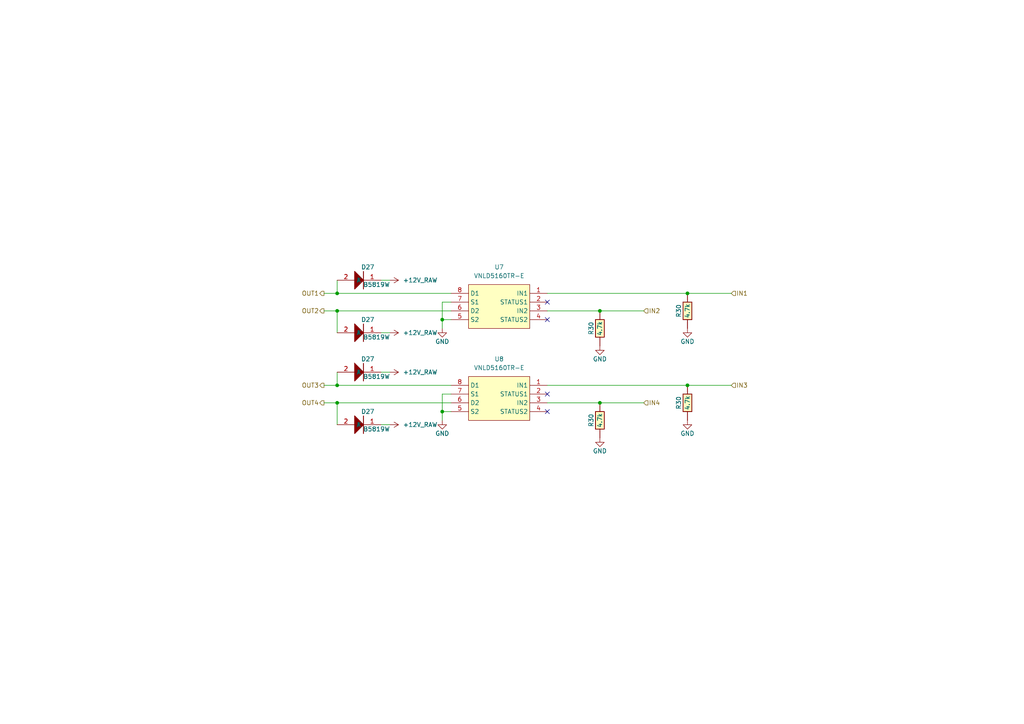
<source format=kicad_sch>
(kicad_sch (version 20231120) (generator "eeschema") (generator_version "8.0")
  (paper "A4")
  (lib_symbols
    (symbol "chips:VNLD5160"
      (property "Reference" "U" (at 6.35 3.81 0))
      (property "Value" "VNLD5160TR-E" (at 12.7 -11.43 0))
      (symbol "VNLD5160_1_1"
        (rectangle (start 5.08 2.54) (end 22.86 -10.16) (fill (type background)))
        (pin input line (at 0 0 0) (length 5.08) (name "IN1") (number "1"))
        (pin open_collector line (at 0 -2.54 0) (length 5.08) (name "STATUS1") (number "2"))
        (pin input line (at 0 -5.08 0) (length 5.08) (name "IN2") (number "3"))
        (pin open_collector line (at 0 -7.62 0) (length 5.08) (name "STATUS2") (number "4"))
        (pin power_in line (at 27.94 -7.62 180) (length 5.08) (name "S2") (number "5"))
        (pin power_out line (at 27.94 -5.08 180) (length 5.08) (name "D2") (number "6"))
        (pin power_in line (at 27.94 -2.54 180) (length 5.08) (name "S1") (number "7"))
        (pin power_out line (at 27.94 0 180) (length 5.08) (name "D1") (number "8"))
      )
    )
    (symbol "hellen-one-common:+12V_RAW" (power) (pin_names (offset 0))
      (property "Value" "+12V_RAW" (at 0 3.556 0))
      (symbol "+12V_RAW_0_1"
        (polyline (pts (xy -0.762 1.27) (xy 0 2.54)))
        (polyline (pts (xy 0 0) (xy 0 2.54)))
        (polyline (pts (xy 0 2.54) (xy 0.762 1.27)))
      )
      (symbol "+12V_RAW_1_1"
        (pin power_in line (at 0 0 90) (length 0) hide (name "+12V_RAW") (number "1"))
      )
    )
    (symbol "hellen-one-common:1N4148WS"
      (property "Reference" "D" (at 0 2.54 0))
      (property "Value" "1N4148WS" (at 0 -3.81 0))
      (symbol "1N4148WS_1_0"
        (polyline (pts (xy 2.54 2.54) (xy 2.54 -2.54)) (stroke (width 0.254)))
        (polyline (pts (xy 0 -2.54) (xy 2.54 0) (xy 0 2.54) (xy 0 -2.54)) (stroke (width 0.254)) (fill (type outline)))
        (pin passive line (at 7.62 0 180) (length 5.08) (name "K") (number "1"))
        (pin passive line (at -5.08 0 0) (length 5.08) (name "A") (number "2"))
      )
    )
    (symbol "hellen-one-common:Res" (pin_numbers hide)
      (property "Reference" "R" (at 3.81 2.54 0))
      (property "Value" "Res" (at 5.08 -2.54 0))
      (symbol "Res_1_0"
        (rectangle (start 2.54 -1.27) (end 7.62 1.27) (stroke (width 0.254)) (fill (type background)))
        (pin passive line (at 0 0 0) (length 2.54) (name "") (number "1"))
        (pin passive line (at 10.16 0 180) (length 2.54) (name "") (number "2"))
      )
    )
    (symbol "power:GND" (power) (pin_names (offset 0))
      (property "Value" "GND" (at 0 -3.81 0))
      (symbol "GND_0_1"
        (polyline (pts (xy 0 0) (xy 0 -1.27) (xy 1.27 -1.27) (xy 0 -2.54) (xy -1.27 -1.27) (xy 0 -1.27)))
      )
      (symbol "GND_1_1"
        (pin power_in line (at 0 0 270) (length 0) hide (name "GND") (number "1"))
      )
    )
  )
  (junction (at 173.99 90.17))
  (junction (at 173.99 116.84))
  (junction (at 97.79 116.84))
  (junction (at 128.27 119.38))
  (junction (at 97.79 85.09))
  (junction (at 128.27 92.71))
  (junction (at 97.79 111.76))
  (junction (at 97.79 90.17))
  (junction (at 199.39 85.09))
  (junction (at 199.39 111.76))
  (no_connect (at 158.75 92.71))
  (no_connect (at 158.75 119.38))
  (no_connect (at 158.75 114.3))
  (no_connect (at 158.75 87.63))
  (wire (pts (xy 97.79 85.09) (xy 130.81 85.09)))
  (wire (pts (xy 113.03 81.28) (xy 110.49 81.28)))
  (wire (pts (xy 128.27 114.3) (xy 130.81 114.3)))
  (wire (pts (xy 158.75 85.09) (xy 199.39 85.09)))
  (wire (pts (xy 128.27 119.38) (xy 128.27 114.3)))
  (wire (pts (xy 97.79 107.95) (xy 97.79 111.76)))
  (wire (pts (xy 199.39 85.09) (xy 212.09 85.09)))
  (wire (pts (xy 113.03 96.52) (xy 110.49 96.52)))
  (wire (pts (xy 199.39 111.76) (xy 212.09 111.76)))
  (wire (pts (xy 128.27 87.63) (xy 130.81 87.63)))
  (wire (pts (xy 158.75 116.84) (xy 173.99 116.84)))
  (wire (pts (xy 128.27 121.92) (xy 128.27 119.38)))
  (wire (pts (xy 113.03 123.19) (xy 110.49 123.19)))
  (wire (pts (xy 97.79 116.84) (xy 97.79 123.19)))
  (wire (pts (xy 97.79 90.17) (xy 130.81 90.17)))
  (wire (pts (xy 93.98 85.09) (xy 97.79 85.09)))
  (wire (pts (xy 128.27 119.38) (xy 130.81 119.38)))
  (wire (pts (xy 128.27 92.71) (xy 128.27 87.63)))
  (wire (pts (xy 97.79 90.17) (xy 97.79 96.52)))
  (wire (pts (xy 158.75 111.76) (xy 199.39 111.76)))
  (wire (pts (xy 173.99 90.17) (xy 186.69 90.17)))
  (wire (pts (xy 97.79 81.28) (xy 97.79 85.09)))
  (wire (pts (xy 93.98 116.84) (xy 97.79 116.84)))
  (wire (pts (xy 173.99 116.84) (xy 186.69 116.84)))
  (wire (pts (xy 97.79 116.84) (xy 130.81 116.84)))
  (wire (pts (xy 93.98 90.17) (xy 97.79 90.17)))
  (wire (pts (xy 97.79 111.76) (xy 130.81 111.76)))
  (wire (pts (xy 113.03 107.95) (xy 110.49 107.95)))
  (wire (pts (xy 93.98 111.76) (xy 97.79 111.76)))
  (wire (pts (xy 128.27 92.71) (xy 130.81 92.71)))
  (wire (pts (xy 128.27 95.25) (xy 128.27 92.71)))
  (wire (pts (xy 158.75 90.17) (xy 173.99 90.17)))
  (hierarchical_label "IN1" (shape input) (at 212.09 85.09 0))
  (hierarchical_label "OUT4" (shape output) (at 93.98 116.84 180))
  (hierarchical_label "OUT3" (shape output) (at 93.98 111.76 180))
  (hierarchical_label "OUT2" (shape output) (at 93.98 90.17 180))
  (hierarchical_label "IN2" (shape input) (at 186.69 90.17 0))
  (hierarchical_label "IN3" (shape input) (at 212.09 111.76 0))
  (hierarchical_label "OUT1" (shape output) (at 93.98 85.09 180))
  (hierarchical_label "IN4" (shape input) (at 186.69 116.84 0))
  (symbol (lib_id "hellen-one-common:+12V_RAW") (at 113.03 123.19 270) (mirror x) (unit 1)
    (property "Reference" "#PWR03" (effects (hide yes)))
    (property "Value" "+12V_RAW" (at 116.84 123.19 90) (effects (justify left)))
    (instances (project "lowside_quad" (path "" (reference "#PWR03") (unit 1))) (project "alphax_4ch" (path "" (reference "#PWR03") (unit 1))) (project "uaefi" (path "" (reference "#PWR074") (unit 1))))
  )
  (symbol (lib_id "hellen-one-common:Res") (at 199.39 95.25 90) (unit 1)
    (property "Reference" "R30" (at 196.85 90.17 0))
    (property "Value" "4.7k" (at 199.39 90.17 0))
    (property "Footprint" "hellen-one-common:R0603" (effects (hide yes)))
    (property "LCSC" "C23162" (effects (hide yes)))
    (instances (project "alphax_8ch" (path "" (reference "R30") (unit 1)) (path "" (reference "R67") (unit 1))) (project "uaefi" (path "" (reference "R10") (unit 1))))
  )
  (symbol (lib_id "hellen-one-common:+12V_RAW") (at 113.03 96.52 270) (mirror x) (unit 1)
    (property "Reference" "#PWR03" (effects (hide yes)))
    (property "Value" "+12V_RAW" (at 116.84 96.52 90) (effects (justify left)))
    (instances (project "lowside_quad" (path "" (reference "#PWR03") (unit 1))) (project "alphax_4ch" (path "" (reference "#PWR03") (unit 1))) (project "uaefi" (path "" (reference "#PWR070") (unit 1))))
  )
  (symbol (lib_id "hellen-one-common:Res") (at 199.39 121.92 90) (unit 1)
    (property "Reference" "R30" (at 196.85 116.84 0))
    (property "Value" "4.7k" (at 199.39 116.84 0))
    (property "Footprint" "hellen-one-common:R0603" (effects (hide yes)))
    (property "LCSC" "C23162" (effects (hide yes)))
    (instances (project "alphax_8ch" (path "" (reference "R30") (unit 1)) (path "" (reference "R67") (unit 1))) (project "uaefi" (path "" (reference "R12") (unit 1))))
  )
  (symbol (lib_id "power:GND") (at 128.27 95.25 0) (mirror y) (unit 1)
    (property "Reference" "#PWR090" (effects (hide yes)))
    (property "Value" "GND" (at 128.27 99.06 0))
  )
  (symbol (lib_id "power:GND") (at 199.39 121.92 0) (mirror y) (unit 1)
    (property "Reference" "#PWR0141" (effects (hide yes)))
    (property "Value" "GND" (at 199.39 125.73 0))
  )
  (symbol (lib_id "chips:VNLD5160") (at 158.75 111.76 0) (mirror y) (unit 1)
    (property "Reference" "U8" (at 144.78 104.14 0))
    (property "Value" "VNLD5160TR-E" (at 144.78 106.68 0))
    (property "Footprint" "Package_SO:SOIC-8_3.9x4.9mm_P1.27mm" (effects (hide yes)))
    (property "LCSC" "C377942" (effects (hide yes)))
  )
  (symbol (lib_id "power:GND") (at 128.27 121.92 0) (mirror y) (unit 1)
    (property "Reference" "#PWR091" (effects (hide yes)))
    (property "Value" "GND" (at 128.27 125.73 0))
  )
  (symbol (lib_id "power:GND") (at 173.99 100.33 0) (mirror y) (unit 1)
    (property "Reference" "#PWR092" (effects (hide yes)))
    (property "Value" "GND" (at 173.99 104.14 0))
  )
  (symbol (lib_id "hellen-one-common:1N4148WS") (at 102.87 123.19 0) (mirror x) (unit 1)
    (property "Reference" "D27" (at 106.68 119.38 0))
    (property "Value" "B5819W" (at 109.22 124.46 0))
    (property "Footprint" "hellen-one-common:SOD-123" (effects (hide yes)))
    (property "LCSC" "C8598" (effects (hide yes)))
    (instances (project "lowside_quad" (path "" (reference "D27") (unit 1))) (project "alphax_8ch" (path "" (reference "D27") (unit 1)) (path "" (reference "D91") (unit 1))) (project "uaefi" (path "" (reference "D5") (unit 1))))
  )
  (symbol (lib_id "hellen-one-common:+12V_RAW") (at 113.03 81.28 270) (mirror x) (unit 1)
    (property "Reference" "#PWR03" (effects (hide yes)))
    (property "Value" "+12V_RAW" (at 116.84 81.28 90) (effects (justify left)))
    (instances (project "lowside_quad" (path "" (reference "#PWR03") (unit 1))) (project "alphax_4ch" (path "" (reference "#PWR03") (unit 1))) (project "uaefi" (path "" (reference "#PWR069") (unit 1))))
  )
  (symbol (lib_id "hellen-one-common:+12V_RAW") (at 113.03 107.95 270) (mirror x) (unit 1)
    (property "Reference" "#PWR03" (effects (hide yes)))
    (property "Value" "+12V_RAW" (at 116.84 107.95 90) (effects (justify left)))
    (instances (project "lowside_quad" (path "" (reference "#PWR03") (unit 1))) (project "alphax_4ch" (path "" (reference "#PWR03") (unit 1))) (project "uaefi" (path "" (reference "#PWR073") (unit 1))))
  )
  (symbol (lib_id "hellen-one-common:1N4148WS") (at 102.87 107.95 0) (mirror x) (unit 1)
    (property "Reference" "D27" (at 106.68 104.14 0))
    (property "Value" "B5819W" (at 109.22 109.22 0))
    (property "Footprint" "hellen-one-common:SOD-123" (effects (hide yes)))
    (property "LCSC" "C8598" (effects (hide yes)))
    (instances (project "lowside_quad" (path "" (reference "D27") (unit 1))) (project "alphax_8ch" (path "" (reference "D27") (unit 1)) (path "" (reference "D91") (unit 1))) (project "uaefi" (path "" (reference "D4") (unit 1))))
  )
  (symbol (lib_id "hellen-one-common:1N4148WS") (at 102.87 81.28 0) (mirror x) (unit 1)
    (property "Reference" "D27" (at 106.68 77.47 0))
    (property "Value" "B5819W" (at 109.22 82.55 0))
    (property "Footprint" "hellen-one-common:SOD-123" (effects (hide yes)))
    (property "LCSC" "C8598" (effects (hide yes)))
    (instances (project "lowside_quad" (path "" (reference "D27") (unit 1))) (project "alphax_8ch" (path "" (reference "D27") (unit 1)) (path "" (reference "D91") (unit 1))) (project "uaefi" (path "" (reference "D2") (unit 1))))
  )
  (symbol (lib_id "chips:VNLD5160") (at 158.75 85.09 0) (mirror y) (unit 1)
    (property "Reference" "U7" (at 144.78 77.47 0))
    (property "Value" "VNLD5160TR-E" (at 144.78 80.01 0))
    (property "Footprint" "Package_SO:SOIC-8_3.9x4.9mm_P1.27mm" (effects (hide yes)))
    (property "LCSC" "C377942" (effects (hide yes)))
  )
  (symbol (lib_id "power:GND") (at 199.39 95.25 0) (mirror y) (unit 1)
    (property "Reference" "#PWR093" (effects (hide yes)))
    (property "Value" "GND" (at 199.39 99.06 0))
  )
  (symbol (lib_id "hellen-one-common:1N4148WS") (at 102.87 96.52 0) (mirror x) (unit 1)
    (property "Reference" "D27" (at 106.68 92.71 0))
    (property "Value" "B5819W" (at 109.22 97.79 0))
    (property "Footprint" "hellen-one-common:SOD-123" (effects (hide yes)))
    (property "LCSC" "C8598" (effects (hide yes)))
    (instances (project "lowside_quad" (path "" (reference "D27") (unit 1))) (project "alphax_8ch" (path "" (reference "D27") (unit 1)) (path "" (reference "D91") (unit 1))) (project "uaefi" (path "" (reference "D3") (unit 1))))
  )
  (symbol (lib_id "power:GND") (at 173.99 127 0) (mirror y) (unit 1)
    (property "Reference" "#PWR0142" (effects (hide yes)))
    (property "Value" "GND" (at 173.99 130.81 0))
  )
  (symbol (lib_id "hellen-one-common:Res") (at 173.99 127 90) (unit 1)
    (property "Reference" "R30" (at 171.45 121.92 0))
    (property "Value" "4.7k" (at 173.99 121.92 0))
    (property "Footprint" "hellen-one-common:R0603" (effects (hide yes)))
    (property "LCSC" "C23162" (effects (hide yes)))
    (instances (project "alphax_8ch" (path "" (reference "R30") (unit 1)) (path "" (reference "R67") (unit 1))) (project "uaefi" (path "" (reference "R13") (unit 1))))
  )
  (symbol (lib_id "hellen-one-common:Res") (at 173.99 100.33 90) (unit 1)
    (property "Reference" "R30" (at 171.45 95.25 0))
    (property "Value" "4.7k" (at 173.99 95.25 0))
    (property "Footprint" "hellen-one-common:R0603" (effects (hide yes)))
    (property "LCSC" "C23162" (effects (hide yes)))
    (instances (project "alphax_8ch" (path "" (reference "R30") (unit 1)) (path "" (reference "R67") (unit 1))) (project "uaefi" (path "" (reference "R11") (unit 1))))
  )
)
</source>
